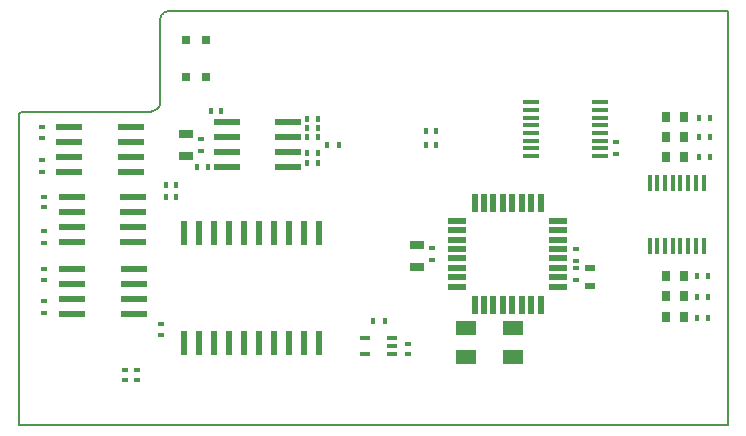
<source format=gtp>
G04*
G04 #@! TF.GenerationSoftware,Altium Limited,Altium Designer,18.1.9 (240)*
G04*
G04 Layer_Color=8421504*
%FSLAX44Y44*%
%MOMM*%
G71*
G01*
G75*
%ADD20C,0.1520*%
%ADD21R,0.4500X0.6000*%
%ADD22R,0.6000X0.4500*%
%ADD23R,0.4000X0.6000*%
%ADD24R,0.6000X0.4000*%
%ADD25R,0.6000X2.0000*%
%ADD26R,2.2000X0.6000*%
%ADD27R,0.3500X1.4000*%
%ADD28R,0.7000X0.9000*%
%ADD29R,1.8000X1.2000*%
%ADD30R,0.5500X1.5000*%
%ADD31R,1.5000X0.5500*%
%ADD32R,0.9000X0.5000*%
%ADD33R,1.3000X0.8000*%
%ADD34R,0.8500X0.4000*%
%ADD35R,1.4000X0.4500*%
%ADD36R,0.7500X0.7000*%
D20*
Y261586D01*
Y0D02*
X600202D01*
Y350012D01*
X129000D02*
X600202D01*
X126828Y350000D02*
X129000Y350012D01*
X126156Y350000D02*
X126828Y350000D01*
X124837Y349738D02*
X126156Y350000D01*
X123594Y349223D02*
X124837Y349738D01*
X122476Y348475D02*
X123594Y349223D01*
X122000Y348000D02*
X122476Y348475D01*
X121524Y347524D02*
X122000Y348000D01*
X120777Y346406D02*
X121524Y347524D01*
X120262Y345163D02*
X120777Y346406D01*
X120000Y343844D02*
X120262Y345163D01*
X120000Y343172D02*
Y343844D01*
X120000Y274828D02*
X120000Y343172D01*
X120000Y274828D02*
X120053Y273918D01*
X119892Y272102D02*
X120053Y273918D01*
X119380Y270353D02*
X119892Y272102D01*
X118536Y268738D02*
X119380Y270353D01*
X118000Y268000D02*
X118536Y268738D01*
X117184Y267300D02*
X118000Y268000D01*
X115368Y266155D02*
X117184Y267300D01*
X113363Y265387D02*
X115368Y266155D01*
X111246Y265024D02*
X113363Y265387D01*
X110172Y265000D02*
X111246Y265024D01*
X3414Y265000D02*
X110172D01*
X3078Y265000D02*
X3414Y265000D01*
X2418Y264869D02*
X3078Y265000D01*
X1797Y264611D02*
X2418Y264869D01*
X1238Y264238D02*
X1797Y264611D01*
X1000Y264000D02*
X1238Y264238D01*
X762Y263762D02*
X1000Y264000D01*
X389Y263203D02*
X762Y263762D01*
X131Y262582D02*
X389Y263203D01*
X0Y261922D02*
X131Y262582D01*
X0Y261586D02*
Y261922D01*
D21*
X261000Y237000D02*
D03*
X271000D02*
D03*
X309800Y87884D02*
D03*
X299800D02*
D03*
D22*
X505460Y229000D02*
D03*
Y239000D02*
D03*
X21104Y104426D02*
D03*
Y94426D02*
D03*
Y163882D02*
D03*
Y153882D02*
D03*
X19396Y224080D02*
D03*
Y214080D02*
D03*
X471632Y148764D02*
D03*
Y138764D02*
D03*
X471520Y132353D02*
D03*
Y122353D02*
D03*
X154000Y232000D02*
D03*
Y242000D02*
D03*
X350000Y149730D02*
D03*
Y139730D02*
D03*
D23*
X344688Y248666D02*
D03*
X353688D02*
D03*
X344688Y236474D02*
D03*
X353688D02*
D03*
X133500Y203000D02*
D03*
X124500D02*
D03*
X133500Y192786D02*
D03*
X124500D02*
D03*
X576322Y259842D02*
D03*
X585322D02*
D03*
X576322Y227025D02*
D03*
X585322D02*
D03*
X576322Y243434D02*
D03*
X585322D02*
D03*
X583500Y90424D02*
D03*
X574500D02*
D03*
X583500Y126238D02*
D03*
X574500D02*
D03*
X583500Y108204D02*
D03*
X574500D02*
D03*
X159996Y218190D02*
D03*
X150996D02*
D03*
X162632Y265430D02*
D03*
X171632D02*
D03*
X244166Y258826D02*
D03*
X253166D02*
D03*
Y251206D02*
D03*
X244166D02*
D03*
X253166Y243586D02*
D03*
X244166D02*
D03*
X253166Y230378D02*
D03*
X244166D02*
D03*
Y221996D02*
D03*
X253166D02*
D03*
D24*
X100000Y37500D02*
D03*
Y46500D02*
D03*
X90218Y37500D02*
D03*
Y46500D02*
D03*
X329692Y59508D02*
D03*
Y68508D02*
D03*
X120396Y85367D02*
D03*
Y76367D02*
D03*
X21481Y122500D02*
D03*
Y131500D02*
D03*
X21299Y183968D02*
D03*
Y192968D02*
D03*
X19595Y242774D02*
D03*
Y251774D02*
D03*
D25*
X139850Y68902D02*
D03*
X152550D02*
D03*
X165250D02*
D03*
X177950D02*
D03*
X190650D02*
D03*
X203350D02*
D03*
X216050D02*
D03*
X228750D02*
D03*
X241450D02*
D03*
X254150D02*
D03*
Y161902D02*
D03*
X241450D02*
D03*
X228750D02*
D03*
X216050D02*
D03*
X203350D02*
D03*
X190650D02*
D03*
X177950D02*
D03*
X165250D02*
D03*
X152550D02*
D03*
X139850D02*
D03*
D26*
X228180Y218190D02*
D03*
Y230890D02*
D03*
Y256290D02*
D03*
X176180Y218190D02*
D03*
Y230890D02*
D03*
Y256290D02*
D03*
X228180Y243590D02*
D03*
X176180D02*
D03*
X45356Y118954D02*
D03*
X97356D02*
D03*
X45356Y131654D02*
D03*
Y106254D02*
D03*
Y93554D02*
D03*
X97356Y131654D02*
D03*
Y106254D02*
D03*
Y93554D02*
D03*
X97212Y154686D02*
D03*
Y167386D02*
D03*
Y192786D02*
D03*
X45212Y154686D02*
D03*
Y167386D02*
D03*
Y192786D02*
D03*
X97212Y180086D02*
D03*
X45212D02*
D03*
X95000Y214000D02*
D03*
Y226700D02*
D03*
Y252100D02*
D03*
X43000Y214000D02*
D03*
Y226700D02*
D03*
Y252100D02*
D03*
X95000Y239400D02*
D03*
X43000D02*
D03*
D27*
X579824Y205000D02*
D03*
X573324D02*
D03*
X566824D02*
D03*
X560324D02*
D03*
X553824D02*
D03*
X547324D02*
D03*
X540824D02*
D03*
X534324D02*
D03*
X579824Y151000D02*
D03*
X573324D02*
D03*
X566824D02*
D03*
X560324D02*
D03*
X553824D02*
D03*
X547324D02*
D03*
X540824D02*
D03*
X534324D02*
D03*
D28*
X548250Y108966D02*
D03*
X563250D02*
D03*
X548250Y126238D02*
D03*
X563250D02*
D03*
X548250Y91186D02*
D03*
X563250D02*
D03*
X563252Y226522D02*
D03*
X548252D02*
D03*
X563252Y260528D02*
D03*
X548252D02*
D03*
X563252Y243525D02*
D03*
X548252D02*
D03*
D29*
X378780Y81580D02*
D03*
X418780D02*
D03*
Y57580D02*
D03*
X378780D02*
D03*
D30*
X386020Y187780D02*
D03*
X394020D02*
D03*
X402020D02*
D03*
X410020D02*
D03*
X418020D02*
D03*
X426020D02*
D03*
X434020D02*
D03*
X442020D02*
D03*
Y101780D02*
D03*
X434020D02*
D03*
X426020D02*
D03*
X418020D02*
D03*
X410020D02*
D03*
X402020D02*
D03*
X394020D02*
D03*
X386020D02*
D03*
D31*
X457020Y172780D02*
D03*
Y164780D02*
D03*
Y156780D02*
D03*
Y148780D02*
D03*
Y140780D02*
D03*
Y132780D02*
D03*
Y124780D02*
D03*
Y116780D02*
D03*
X371020D02*
D03*
Y124780D02*
D03*
Y132780D02*
D03*
Y140780D02*
D03*
Y148780D02*
D03*
Y156780D02*
D03*
Y164780D02*
D03*
Y172780D02*
D03*
D32*
X483421Y117407D02*
D03*
Y132407D02*
D03*
D33*
X141364Y227500D02*
D03*
Y246500D02*
D03*
X337000Y152500D02*
D03*
Y133500D02*
D03*
D34*
X315796Y60048D02*
D03*
Y66548D02*
D03*
Y73048D02*
D03*
X293296D02*
D03*
Y60048D02*
D03*
D35*
X433542Y272940D02*
D03*
Y266440D02*
D03*
Y259940D02*
D03*
Y253440D02*
D03*
Y246940D02*
D03*
Y240440D02*
D03*
Y233940D02*
D03*
Y227440D02*
D03*
X492542Y272940D02*
D03*
Y266440D02*
D03*
Y259940D02*
D03*
Y253440D02*
D03*
Y246940D02*
D03*
Y240440D02*
D03*
Y233940D02*
D03*
Y227440D02*
D03*
D36*
X158250Y326000D02*
D03*
Y294000D02*
D03*
X141750D02*
D03*
Y326000D02*
D03*
M02*

</source>
